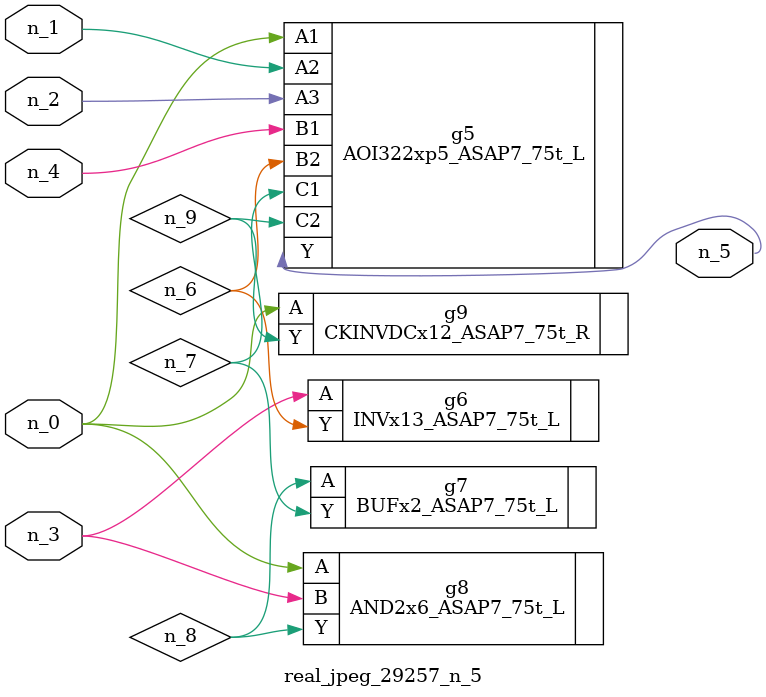
<source format=v>
module real_jpeg_29257_n_5 (n_4, n_0, n_1, n_2, n_3, n_5);

input n_4;
input n_0;
input n_1;
input n_2;
input n_3;

output n_5;

wire n_8;
wire n_6;
wire n_7;
wire n_9;

AOI322xp5_ASAP7_75t_L g5 ( 
.A1(n_0),
.A2(n_1),
.A3(n_2),
.B1(n_4),
.B2(n_6),
.C1(n_7),
.C2(n_9),
.Y(n_5)
);

AND2x6_ASAP7_75t_L g8 ( 
.A(n_0),
.B(n_3),
.Y(n_8)
);

CKINVDCx12_ASAP7_75t_R g9 ( 
.A(n_0),
.Y(n_9)
);

INVx13_ASAP7_75t_L g6 ( 
.A(n_3),
.Y(n_6)
);

BUFx2_ASAP7_75t_L g7 ( 
.A(n_8),
.Y(n_7)
);


endmodule
</source>
